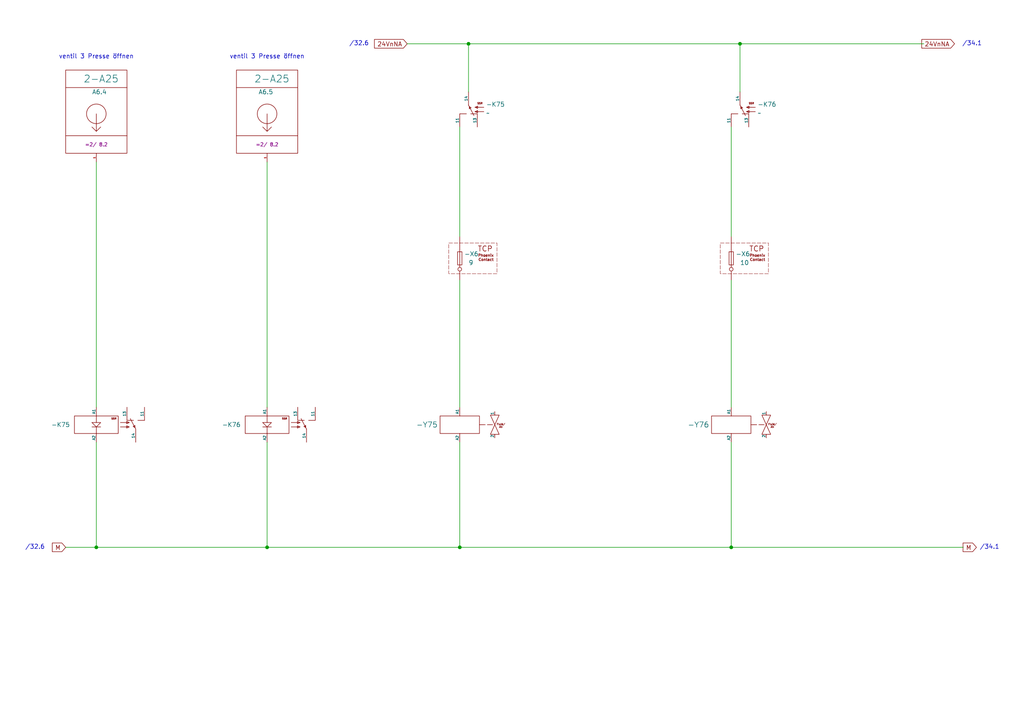
<source format=kicad_sch>
(kicad_sch (version 20250114) (generator "eeschema") (generator_version "9.0")
  (paper "A4")
  (title_block (comment 4 "15"))
  (lib_symbols
    (symbol "TCP_(X)_1" (pin_numbers (hide yes)) (pin_names (offset 0) (hide yes))
      (property "Reference" "-X" (at -9.398 7.366 0))
      (symbol "TCP_(X)_1_0_1"
        (polyline (pts (xy -3.81 -5.334) (xy -3.81 -3.81)))
      )
      (symbol "TCP_(X)_1_1_1"
        (rectangle (start -6.985 4.445) (end 6.985 -4.445) (stroke (width 0.1016) (type dash)))
        (rectangle (start -4.445 1.905) (end -3.175 -1.905))
        (circle (center -3.8101 -3.155) (radius 0.5341))
        (polyline (pts (xy -3.81 5.08) (xy -3.81 -2.54)))
        (text "TCP" (at 3.556 2.794 0) (effects (font (size 1.524 1.524))))
        (text "Phoenix\nContact" (at 6.096 0.254 0) (effects (font (size 0.762 0.762)) (justify right)))
        (pin passive line (at -3.81 6.35 270) (length 1.27) (name "") (number ""))
        (pin passive line (at -3.81 -6.35 90) (length 1.016) (name ".") (number ""))
      )
    )
    (symbol "lomix-industrietechnik-wasserhydraulik:Ventil_(Y)" (pin_numbers (hide yes)) (pin_names (offset 0))
      (property "Reference" "-Y" (at -8.636 4.064 0))
      (symbol "Ventil_(Y)_0_1"
        (rectangle (start -5.715 2.54) (end 5.715 -2.54))
      )
      (symbol "Ventil_(Y)_1_1"
        (polyline (pts (xy 5.715 0) (xy 9.525 0)) (stroke (width 0) (type dash)))
        (polyline (pts (xy 10.16 0) (xy 8.8899 -2.7939) (xy 11.4299 -2.7939) (xy 10.16 0) (xy 8.89 2.794) (xy 11.43 2.794) (xy 10.16 0)))
        (text "Fluid/\nAir" (at 11.938 -0.254 0) (effects (font (size 0.508 0.508))))
        (pin passive line (at 0 5.08 270) (length 2.54) (name "A1") (number "A1"))
        (pin passive line (at 0 -5.08 90) (length 2.54) (name "A2") (number "A2"))
        (pin passive line (at 10.16 3.81 270) (length 1.016) (name "1") (number "1"))
        (pin passive line (at 10.16 -3.81 90) (length 1.016) (name "2") (number "2"))
      )
    )
    (symbol "standart:PLC_OUT_(A)" (on_board no)
      (property "Reference" "-A" (at -6.35 10.16 0))
      (property "Target" "=Gruppe/ Seite.Pfad" (at 0 -8.89 0))
      (symbol "PLC_OUT_(A)_0_1"
        (rectangle (start -8.89 12.7) (end 8.89 -11.43))
        (polyline (pts (xy -8.89 7.62) (xy 8.89 7.62)))
        (polyline (pts (xy -8.89 -6.35) (xy 8.89 -6.35)))
        (polyline (pts (xy 0 0) (xy 0 -5.08) (xy 1.27 -3.81) (xy 0 -5.08) (xy -1.27 -3.81)))
        (circle (center 0 0) (radius 2.8398))
      )
      (symbol "PLC_OUT_(A)_1_1"
        (pin output line (at 0 -13.97 90) (length 2.54) (name "") (number "1"))
      )
    )
    (symbol "standart:Relais_(K)_PLC_13-14" (pin_numbers (hide yes)) (pin_names (offset 0))
      (property "Reference" "-K" (at -8.89 5.588 0))
      (symbol "Relais_(K)_PLC_13-14_0_1"
        (polyline (pts (xy -4.445 0.635) (xy -1.905 0.635)))
        (polyline (pts (xy -4.445 -0.635) (xy -1.905 -0.635)))
        (polyline (pts (xy -2.54 1.27) (xy -0.635 1.27)))
        (polyline (pts (xy 0 1.27) (xy 0 1.27)))
        (polyline (pts (xy 0 -1.27) (xy -1.5826 1.7804)))
        (polyline (pts (xy 2.54 1.27) (xy 0.596 1.27)))
      )
      (symbol "Relais_(K)_PLC_13-14_1_1"
        (polyline (pts (xy -1.905 0.635) (xy -2.6445 0.9803) (xy -2.6459 0.2881) (xy -1.905 0.635)) (fill (type color)))
        (polyline (pts (xy -1.905 -0.635) (xy -2.6445 -0.2897) (xy -2.6459 -0.9819) (xy -1.905 -0.635)) (fill (type color)))
        (polyline (pts (xy -0.2186 -0.8329) (xy -0.2186 -0.1979) (xy -0.765 -0.4941) (xy -0.2186 -0.8329)) (fill (type color)))
        (text "SSR" (at -3.302 -1.778 0) (effects (font (size 0.508 0.508))))
        (pin passive line (at -2.54 5.08 270) (length 3.81) (name "13") (number "13"))
        (pin passive line (at 0 -5.08 90) (length 3.81) (name "14") (number "14"))
        (pin passive line (at 2.54 5.08 270) (length 3.81) (name "11") (number "11"))
      )
    )
    (symbol "standart:Relais_(K)_PLC_A1-A2+13-14" (pin_numbers (hide yes)) (pin_names (offset 0))
      (property "Reference" "-K" (at -8.89 5.334 0))
      (symbol "Relais_(K)_PLC_A1-A2+13-14_0_1"
        (rectangle (start -6.35 2.54) (end 6.35 -2.54))
        (polyline (pts (xy 6.985 0.635) (xy 9.525 0.635)))
        (polyline (pts (xy 6.985 -0.635) (xy 9.525 -0.635)))
        (polyline (pts (xy 8.89 1.27) (xy 10.795 1.27)))
        (polyline (pts (xy 11.43 1.27) (xy 11.43 1.27)))
        (polyline (pts (xy 11.43 -1.27) (xy 9.8474 1.7804)))
        (polyline (pts (xy 13.97 1.27) (xy 12.026 1.27)))
      )
      (symbol "Relais_(K)_PLC_A1-A2+13-14_1_1"
        (polyline (pts (xy -1.27 0.635) (xy 1.27 0.635) (xy 0 -0.635) (xy -1.27 0.635)))
        (polyline (pts (xy -1.27 -0.635) (xy 1.27 -0.635)))
        (polyline (pts (xy 0 0.635) (xy 0 2.54)))
        (polyline (pts (xy 0 -2.54) (xy 0 -0.635)))
        (polyline (pts (xy 9.525 0.635) (xy 8.7855 0.9803) (xy 8.7841 0.2881) (xy 9.525 0.635)) (fill (type color)))
        (polyline (pts (xy 9.525 -0.635) (xy 8.7855 -0.2897) (xy 8.7841 -0.9819) (xy 9.525 -0.635)) (fill (type color)))
        (polyline (pts (xy 11.2114 -0.8329) (xy 11.2114 -0.1979) (xy 10.665 -0.4941) (xy 11.2114 -0.8329)) (fill (type color)))
        (text "SSR" (at 5.08 1.778 0) (effects (font (size 0.508 0.508))))
        (pin passive line (at 0 5.08 270) (length 2.54) (name "A1") (number "A1"))
        (pin passive line (at 0 -5.08 90) (length 2.54) (name "A2") (number "A2"))
        (pin passive line (at 8.89 5.08 270) (length 3.81) (name "13") (number "13"))
        (pin passive line (at 11.43 -5.08 90) (length 3.81) (name "14") (number "14"))
        (pin passive line (at 13.97 5.08 270) (length 3.81) (name "11") (number "11"))
      )
    )
    (symbol "standart:TCP_(X)" (pin_numbers (hide yes)) (pin_names (offset 0) (hide yes))
      (property "Reference" "-X" (at -9.398 7.366 0))
      (symbol "TCP_(X)_0_1"
        (polyline (pts (xy -3.81 -5.334) (xy -3.81 -3.81)))
      )
      (symbol "TCP_(X)_1_1"
        (rectangle (start -6.985 4.445) (end 6.985 -4.445) (stroke (width 0.1016) (type dash)))
        (rectangle (start -4.445 1.905) (end -3.175 -1.905))
        (circle (center -3.8101 -3.155) (radius 0.5341))
        (polyline (pts (xy -3.81 5.08) (xy -3.81 -2.54)))
        (text "TCP" (at 3.556 2.794 0) (effects (font (size 1.524 1.524))))
        (text "Phoenix\nContact" (at 6.096 0.254 0) (effects (font (size 0.762 0.762)) (justify right)))
        (pin passive line (at -3.81 6.35 270) (length 1.27) (name "") (number ""))
        (pin passive line (at -3.81 -6.35 90) (length 1.016) (name ".") (number ""))
      )
    )
  )
  (text "ventil 3 Presse öffnen" (at 77.47 16.51 0) (effects (font (size 1.27 1.27))))
  (text "ventil 3 Presse öffnen" (at 27.94 16.51 0) (effects (font (size 1.27 1.27))))
  (text "/34.1" (at 287.02 158.75 0) (effects (font (size 1.27 1.27))))
  (text "/32.6" (at 104.14 12.7 0) (effects (font (size 1.27 1.27))))
  (text "/32.6" (at 10.16 158.75 0) (effects (font (size 1.27 1.27))))
  (text "/34.1" (at 281.94 12.7 0) (effects (font (size 1.27 1.27))))
  (junction (at 27.94 158.75))
  (junction (at 77.47 158.75))
  (junction (at 212.09 158.75))
  (junction (at 214.63 12.7))
  (junction (at 133.35 158.75))
  (junction (at 135.89 12.7))
  (wire (pts (xy 77.47 46.99) (xy 77.47 118.11)))
  (wire (pts (xy 77.47 158.75) (xy 133.35 158.75)))
  (wire (pts (xy 27.94 46.99) (xy 27.94 118.11)))
  (wire (pts (xy 212.09 36.83) (xy 212.09 68.58)))
  (wire (pts (xy 118.11 12.7) (xy 135.89 12.7)))
  (wire (pts (xy 133.35 158.75) (xy 212.09 158.75)))
  (wire (pts (xy 27.94 128.27) (xy 27.94 158.75)))
  (wire (pts (xy 135.89 12.7) (xy 214.63 12.7)))
  (wire (pts (xy 214.63 12.7) (xy 267.97 12.7)))
  (wire (pts (xy 27.94 158.75) (xy 77.47 158.75)))
  (wire (pts (xy 19.05 158.75) (xy 27.94 158.75)))
  (wire (pts (xy 133.35 128.27) (xy 133.35 158.75)))
  (wire (pts (xy 212.09 81.28) (xy 212.09 118.11)))
  (wire (pts (xy 133.35 81.28) (xy 133.35 118.11)))
  (wire (pts (xy 212.09 158.75) (xy 279.4 158.75)))
  (wire (pts (xy 135.89 12.7) (xy 135.89 26.67)))
  (wire (pts (xy 133.35 36.83) (xy 133.35 68.58)))
  (wire (pts (xy 214.63 12.7) (xy 214.63 26.67)))
  (wire (pts (xy 212.09 128.27) (xy 212.09 158.75)))
  (wire (pts (xy 77.47 128.27) (xy 77.47 158.75)))
  (global_label "M" (shape input) (at 283.21 158.75 180) (property "Intersheetrefs" "${INTERSHEET_REFS}" (effects (hide yes))))
  (global_label "M" (shape input) (at 19.05 158.75 180) (property "Intersheetrefs" "${INTERSHEET_REFS}" (effects (hide yes))))
  (global_label "24VnNA" (shape input) (at 276.86 12.7 180) (property "Intersheetrefs" "${INTERSHEET_REFS}" (effects (hide yes))))
  (global_label "24VnNA" (shape input) (at 118.11 12.7 180) (property "Intersheetrefs" "${INTERSHEET_REFS}" (effects (hide yes))))
  (symbol (lib_id "lomix-industrietechnik-wasserhydraulik:Ventil_(Y)") (at 133.35 123.19 0) (unit 1)
    (property "Reference" "-Y75" (at 120.65 123.19 0) (effects (font (size 1.524 1.524)) (justify left)))
    (property "Description" "Elektromagnetisches Ventil für Hydraulik und Pneumatik" (effects (hide yes)))
  )
  (symbol (lib_name "TCP_(X)_1") (lib_id "standart:TCP_(X)") (at 215.9 74.93 0) (unit 1)
    (property "Reference" "-X6" (at 213.36 73.66 0) (effects (justify left)))
    (property "Value" "10" (at 214.63 76.2 0) (effects (justify left)))
  )
  (symbol (lib_id "standart:PLC_OUT_(A)") (at 77.47 33.02 0) (unit 1) (on_board no)
    (property "Reference" "2-A25" (at 73.66 22.86 0) (effects (font (size 2.032 2.032)) (justify left)))
    (property "Value" "A6.5" (at 74.93 26.67 0) (effects (justify left)))
    (property "Target" "=2/ 8.2" (at 77.47 41.91 0) (effects (font (size 1.016 1.016))))
  )
  (symbol (lib_id "standart:Relais_(K)_PLC_13-14") (at 135.89 31.75 180) (unit 1)
    (property "Reference" "-K75" (at 140.97 30.2767 0) (effects (justify right)))
    (property "Value" "~" (at 140.97 32.8167 0) (effects (justify right)))
  )
  (symbol (lib_id "standart:Relais_(K)_PLC_13-14") (at 214.63 31.75 180) (unit 1)
    (property "Reference" "-K76" (at 219.71 30.2767 0) (effects (justify right)))
    (property "Value" "~" (at 219.71 32.8167 0) (effects (justify right)))
  )
  (symbol (lib_id "standart:Relais_(K)_PLC_A1-A2+13-14") (at 77.47 123.19 0) (unit 1)
    (property "Reference" "-K76" (at 69.85 123.1899 0) (effects (justify right)))
  )
  (symbol (lib_id "standart:PLC_OUT_(A)") (at 27.94 33.02 0) (unit 1) (on_board no)
    (property "Reference" "2-A25" (at 24.13 22.86 0) (effects (font (size 2.032 2.032)) (justify left)))
    (property "Value" "A6.4" (at 26.67 26.67 0) (effects (justify left)))
    (property "Target" "=2/ 8.2" (at 27.94 41.91 0) (effects (font (size 1.016 1.016))))
  )
  (symbol (lib_id "lomix-industrietechnik-wasserhydraulik:Ventil_(Y)") (at 212.09 123.19 0) (unit 1)
    (property "Reference" "-Y76" (at 199.39 123.19 0) (effects (font (size 1.524 1.524)) (justify left)))
    (property "Description" "Elektromagnetisches Ventil für Hydraulik und Pneumatik" (effects (hide yes)))
  )
  (symbol (lib_id "standart:TCP_(X)") (at 137.16 74.93 0) (unit 1)
    (property "Reference" "-X6" (at 134.62 73.66 0) (effects (justify left)))
    (property "Value" "9" (at 135.89 76.2 0) (effects (justify left)))
  )
  (symbol (lib_id "standart:Relais_(K)_PLC_A1-A2+13-14") (at 27.94 123.19 0) (unit 1)
    (property "Reference" "-K75" (at 20.32 123.1899 0) (effects (justify right)))
  )
)
</source>
